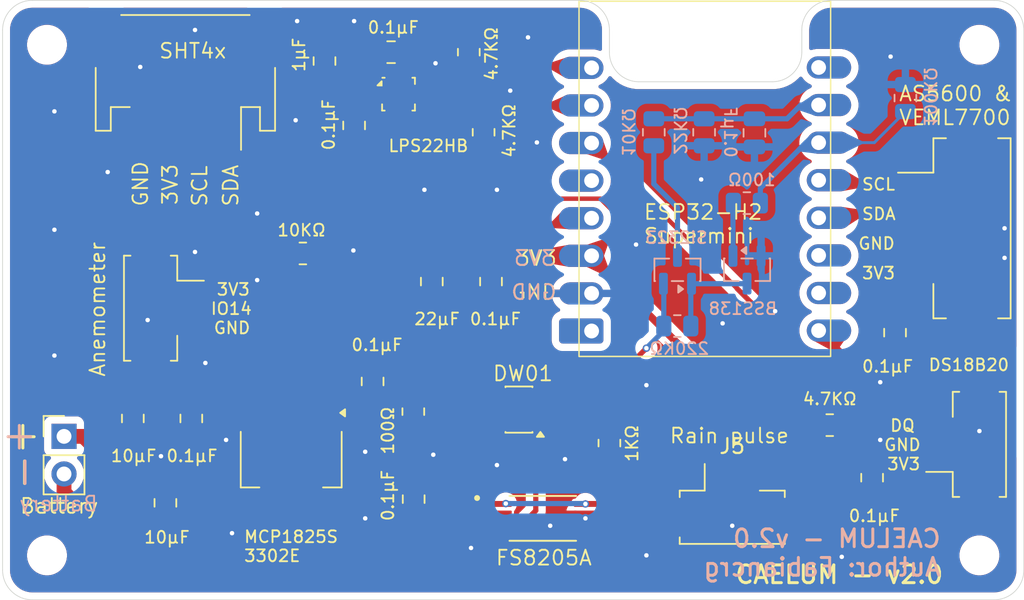
<source format=kicad_pcb>
(kicad_pcb (version 20241229) (generator "pcbnew") (generator_version "9.0")
  (layers (0 "F.Cu" signal) (2 "B.Cu" signal) (13 "F.Paste" user) (15 "B.Paste" user) (5 "F.SilkS" user "F.Silkscreen") (7 "B.SilkS" user "B.Silkscreen") (1 "F.Mask" user) (3 "B.Mask" user) (25 "Edge.Cuts" user))
  (net 0 "")
  (net 1 "Net-(U1-VCC)")
  (net 2 "BATT-")
  (net 3 "OUT-")
  (net 4 "BATT+")
  (net 5 "+3V3")
  (net 6 "Net-(U1-CS)")
  (net 8 "GPIO12")
  (net 9 "SDA")
  (net 10 "SCL")
  (net 12 "SCL_2")
  (net 13 "SDA_2")
  (net 14 "Net-(Q2-D)")
  (net 15 "GPIO24")
  (net 16 "Net-(Q1-D12-Pad1)")
  (net 17 "Net-(Q1-G1)")
  (net 18 "Net-(Q1-G2)")
  (net 19 "unconnected-(U3-IO13-Pad5)")
  (net 22 "GPIO4")
  (net 24 "GPIO14")
  (net 25 "GPIO3")
  (net 26 "Net-(Q3-D)")
  (net 27 "Net-(Q2-G)")
  (net 28 "Net-(U5-GND-Pad3)")
  (footprint "Capacitor_SMD:C_0805_2012Metric" (layer "F.Cu") (at 72.25 29)
    (property "Reference" "C10" (hide yes))
    (property "Value" "0.1µF")
  )
  (footprint "Capacitor_SMD:C_0805_2012Metric" (layer "F.Cu") (at 75 44.5 -90)
    (property "Reference" "C7" (hide yes))
    (property "Value" "0.1µF" (hide yes))
  )
  (footprint "MountingHole:MountingHole_2.2mm_M2" (layer "F.Cu") (at 49 63)
    (property "Reference" "H2" (hide yes))
    (property "Value" "MountingHole" (hide yes))
  )
  (footprint "MountingHole:MountingHole_2.2mm_M2" (layer "F.Cu") (at 112 28.5)
    (property "Reference" "H3" (hide yes))
    (property "Value" "MountingHole" (hide yes))
  )
  (footprint "Package_LGA:ST_HLGA-10_2x2mm_P0.5mm_LayoutBorder3x2y" (layer "F.Cu") (at 72.75 31.8375)
    (property "Reference" "U5" (hide yes))
    (property "Value" "LPS22HB")
  )
  (footprint "Capacitor_SMD:C_0805_2012Metric" (layer "F.Cu") (at 54.8 53.75 90)
    (property "Reference" "C4" (hide yes))
    (property "Value" "10µF")
  )
  (footprint "Resistor_SMD:R_0805_2012Metric" (layer "F.Cu") (at 77.5 29 90)
    (property "Reference" "R6" (hide yes))
    (property "Value" "4.7K")
  )
  (footprint "Resistor_SMD:R_0805_2012Metric" (layer "F.Cu") (at 87 55.4125 -90)
    (property "Reference" "R2" (hide yes))
    (property "Value" "1K")
  )
  (footprint "Capacitor_SMD:C_0805_2012Metric" (layer "F.Cu") (at 58.75 53.75 90)
    (property "Reference" "C5" (hide yes))
    (property "Value" "0.1µF" (hide yes))
  )
  (footprint "Connector_Hirose:Hirose_DF13C_CL535-0403-5-51_1x03-1MP_P1.25mm_Vertical" (layer "F.Cu") (at 95.3 59.175)
    (property "Reference" "J5")
    (property "Value" "DRV5032DULPG(M)")
  )
  (footprint "Capacitor_SMD:C_0805_2012Metric" (layer "F.Cu") (at 79 44.5 -90)
    (property "Reference" "C6" (hide yes))
    (property "Value" "22µF")
  )
  (footprint "Capacitor_SMD:C_0805_2012Metric" (layer "F.Cu") (at 106.3 47.95 -90)
    (property "Reference" "C13" (hide yes))
    (property "Value" "0.1µF")
  )
  (footprint "MountingHole:MountingHole_2.2mm_M2" (layer "F.Cu") (at 49 28.5)
    (property "Reference" "H1" (hide yes))
    (property "Value" "MountingHole" (hide yes))
  )
  (footprint "Resistor_SMD:R_0805_2012Metric" (layer "F.Cu") (at 101.8875 54.2)
    (property "Reference" "R3" (hide yes))
    (property "Value" "4.7K")
  )
  (footprint "Capacitor_SMD:C_0805_2012Metric" (layer "F.Cu") (at 57 59.45 90)
    (property "Reference" "C2" (hide yes))
    (property "Value" "10µF")
  )
  (footprint "Capacitor_SMD:C_0805_2012Metric" (layer "F.Cu") (at 73.775 59.2 -90)
    (property "Reference" "C1" (hide yes))
    (property "Value" "0.1µF" (hide yes))
  )
  (footprint "FS8205A:SOP65P640X120-8N-FC" (layer "F.Cu") (at 82.5 60.5)
    (property "Reference" "Q1" (hide yes))
    (property "Value" "FS8205A-FC" (hide yes))
  )
  (footprint "Package_TO_SOT_SMD:SOT-223-3_TabPin2" (layer "F.Cu") (at 65.5 56.5 -90)
    (property "Reference" "U2" (hide yes))
    (property "Value" "MCP1825S" (hide yes))
  )
  (footprint "Resistor_SMD:R_0805_2012Metric" (layer "F.Cu") (at 66.2875 42.6)
    (property "Reference" "R8" (hide yes))
    (property "Value" "10K")
  )
  (footprint "Connector_Hirose:Hirose_DF13C_CL535-0403-5-51_1x03-1MP_P1.25mm_Vertical" (layer "F.Cu") (at 110.75 55.5 90)
    (property "Reference" "J8" (hide yes))
    (property "Value" "DS18B20" (hide yes))
  )
  (footprint "Connector_PinHeader_2.54mm:PinHeader_1x02_P2.54mm_Vertical" (layer "F.Cu") (at 50.15 54.96)
    (property "Reference" "J4" (hide yes))
    (property "Value" "Batt")
  )
  (footprint "MountingHole:MountingHole_2.2mm_M2" (layer "F.Cu") (at 112 63)
    (property "Reference" "H4" (hide yes))
    (property "Value" "MountingHole" (hide yes))
  )
  (footprint "Capacitor_SMD:C_0805_2012Metric" (layer "F.Cu") (at 69.75 33.95 -90)
    (property "Reference" "C12" (hide yes))
    (property "Value" "0.1µF")
  )
  (footprint "esp32-h2-supermini:ESP32H2-Supermini" (layer "F.Cu") (at 92.947363 50.559822)
    (property "Reference" "U3" (hide yes))
    (property "Value" "ESP32-H2-SUPERMINI" (hide yes))
  )
  (footprint "Capacitor_SMD:C_0805_2012Metric" (layer "F.Cu") (at 104.75 57.75 90)
    (property "Reference" "C8" (hide yes))
    (property "Value" "0.1µF")
  )
  (footprint "Resistor_SMD:R_0805_2012Metric" (layer "F.Cu") (at 73.75 53.2875 -90)
    (property "Reference" "R1" (hide yes))
    (property "Value" "100R")
  )
  (footprint "Resistor_SMD:R_0805_2012Metric" (layer "F.Cu") (at 78.5 34.4125 -90)
    (property "Reference" "R7" (hide yes))
    (property "Value" "4.7K")
  )
  (footprint "Capacitor_SMD:C_0805_2012Metric" (layer "F.Cu") (at 67.75 29.6 -90)
    (property "Reference" "C11" (hide yes))
    (property "Value" "1µF")
  )
  (footprint "Connector_JST:JST_PH_S4B-PH-SM4-TB_1x04-1MP_P2.00mm_Horizontal" (layer "F.Cu") (at 58.35 31 180)
    (property "Reference" "J7" (hide yes))
    (property "Value" "I2C BUS1" (hide yes))
  )
  (footprint "Connector_Hirose:Hirose_DF13C_CL535-0403-5-51_1x03-1MP_P1.25mm_Vertical" (layer "F.Cu") (at 57.25 46.3 -90)
    (property "Reference" "J1" (hide yes))
    (property "Value" "SS445P" (hide yes))
  )
  (footprint "Capacitor_SMD:C_0805_2012Metric" (layer "F.Cu") (at 71 51.25 90)
    (property "Reference" "C3" (hide yes))
    (property "Value" "0.1µF" (hide yes))
  )
  (footprint "Package_TO_SOT_SMD:SOT-23-6" (layer "F.Cu") (at 80.8875 53.15 180)
    (property "Reference" "U1" (hide yes))
    (property "Value" "DW01A" (hide yes))
  )
  (footprint "Connector_JST:JST_PH_B4B-PH-SM4-TB_1x04-1MP_P2.00mm_Vertical" (layer "F.Cu") (at 109.75 40.9 -90)
    (property "Reference" "J2" (hide yes))
    (property "Value" "i2C Bus2")
  )
  (footprint "Package_TO_SOT_SMD:SOT-23" (layer "B.Cu") (at 96.3 43.7 -90)
    (property "Reference" "Q2" (hide yes))
    (property "Value" "BSS138")
  )
  (footprint "Resistor_SMD:R_0805_2012Metric" (layer "B.Cu") (at 96.2875 39.2 180)
    (property "Reference" "R11" (hide yes))
    (property "Value" "100")
  )
  (footprint "Resistor_SMD:R_0805_2012Metric" (layer "B.Cu") (at 90 34.4125 -90)
    (property "Reference" "R4" (hide yes))
    (property "Value" "10K")
  )
  (footprint "Resistor_SMD:R_0805_2012Metric" (layer "B.Cu") (at 107 32.1 90)
    (property "Reference" "R10" (hide yes))
    (property "Value" "220K-470K")
  )
  (footprint "Resistor_SMD:R_0805_2012Metric" (layer "B.Cu") (at 93.4 34.4125 90)
    (property "Reference" "R5" (hide yes))
    (property "Value" "22K")
  )
  (footprint "Capacitor_SMD:C_0805_2012Metric" (layer "B.Cu") (at 96.8 34.45 -90)
    (property "Reference" "C9" (hide yes))
    (property "Value" "0.1µF")
  )
  (footprint "Resistor_SMD:R_0805_2012Metric" (layer "B.Cu") (at 91.5875 47.50625)
    (property "Reference" "R9" (hide yes))
    (property "Value" "100K")
  )
  (footprint "Package_TO_SOT_SMD:SOT-23" (layer "B.Cu") (at 91.6 43.70625 90)
    (property "Reference" "Q3" (hide yes))
    (property "Value" "Si2323DS")
  )
  (gr_line (start 79.85 54.2) (end 79.75 54.1) (stroke (width 0.2)) (layer "F.Cu") (net 2))
  (gr_line (start 79.75 54.1) (end 79.35 54.3) (stroke (width 0.2)) (layer "F.Cu") (net 2))
  (gr_line (start 100 27.5) (end 100 29) (stroke (width 0.05)) (layer "Edge.Cuts"))
  (gr_arc (start 115 64) (mid 114.414214 65.414214) (end 113 66) (stroke (width 0.05)) (layer "Edge.Cuts"))
  (gr_arc (start 113 25.5) (mid 114.414214 26.085786) (end 115 27.5) (stroke (width 0.05)) (layer "Edge.Cuts"))
  (gr_line (start 87 27.5) (end 87 29) (stroke (width 0.05)) (layer "Edge.Cuts"))
  (gr_line (start 115 64) (end 115 27.5) (stroke (width 0.05)) (layer "Edge.Cuts"))
  (gr_arc (start 46 27.5) (mid 46.585786 26.085786) (end 48 25.5) (stroke (width 0.05)) (layer "Edge.Cuts"))
  (gr_line (start 48 25.5) (end 85 25.5) (stroke (width 0.05)) (layer "Edge.Cuts"))
  (gr_arc (start 100 29) (mid 99.414214 30.414214) (end 98 31) (stroke (width 0.05)) (layer "Edge.Cuts"))
  (gr_line (start 89 31) (end 98 31) (stroke (width 0.05)) (layer "Edge.Cuts"))
  (gr_arc (start 85 25.5) (mid 86.414214 26.085786) (end 87 27.5) (stroke (width 0.05)) (layer "Edge.Cuts"))
  (gr_line (start 113 25.5) (end 102 25.5) (stroke (width 0.05)) (layer "Edge.Cuts"))
  (gr_line (start 46 27.5) (end 46 64) (stroke (width 0.05)) (layer "Edge.Cuts"))
  (gr_arc (start 89 31) (mid 87.585786 30.414214) (end 87 29) (stroke (width 0.05)) (layer "Edge.Cuts"))
  (gr_arc (start 48 66) (mid 46.585786 65.414214) (end 46 64) (stroke (width 0.05)) (layer "Edge.Cuts"))
  (gr_line (start 48 66) (end 113 66) (stroke (width 0.05)) (layer "Edge.Cuts"))
  (gr_arc (start 100 27.5) (mid 100.585786 26.085786) (end 102 25.5) (stroke (width 0.05)) (layer "Edge.Cuts"))
  (gr_text "3V3" (at 104 44.4 0) (layer "F.SilkS") (effects (font (size 0.8 0.8) (thickness 0.125)) (justify left bottom)))
  (gr_text "Battery" (at 47.1 60.25 0) (layer "F.SilkS") (effects (font (size 1 1) (thickness 0.125)) (justify left bottom)))
  (gr_text "1µF" (at 66.5 30.4 90) (layer "F.SilkS") (effects (font (size 0.8 0.8) (thickness 0.125)) (justify left bottom)))
  (gr_text "DQ" (at 105.9 54.7 0) (layer "F.SilkS") (effects (font (size 0.8 0.8) (thickness 0.125)) (justify left bottom)))
  (gr_text "CAELUM - v2.0" (at 95.4 65 0) (layer "F.SilkS") (effects (font (size 1.2 1.2) (thickness 0.2) (bold yes)) (justify left bottom)))
  (gr_text "1KΩ" (at 89 56.75 90) (layer "F.SilkS") (effects (font (size 0.8 0.8) (thickness 0.125)) (justify left bottom)))
  (gr_text "IO14" (at 60 46.8 0) (layer "F.SilkS") (effects (font (size 0.8 0.8) (thickness 0.125)) (justify left bottom)))
  (gr_text "LPS22HB" (at 72 35.8 0) (layer "F.SilkS") (effects (font (size 0.8 0.8) (thickness 0.125)) (justify left bottom)))
  (gr_text "AS5600 &\nVEML7700" (at 106.5 34 0) (layer "F.SilkS") (effects (font (size 1 1) (thickness 0.125)) (justify left bottom)))
  (gr_text "GND" (at 105.5 56 0) (layer "F.SilkS") (effects (font (size 0.8 0.8) (thickness 0.125)) (justify left bottom)))
  (gr_text "SCL" (at 59.9 39.5 90) (layer "F.SilkS") (effects (font (size 1 1) (thickness 0.125)) (justify left bottom)))
  (gr_text "0.1µF" (at 72.5 60.75 90) (layer "F.SilkS") (effects (font (size 0.8 0.8) (thickness 0.125)) (justify left bottom)))
  (gr_text "SDA" (at 104 40.4 0) (layer "F.SilkS") (effects (font (size 0.8 0.8) (thickness 0.125)) (justify left bottom)))
  (gr_text "MCP1825S\n3302E" (at 62.25 63.5 0) (layer "F.SilkS") (effects (font (size 0.8 0.8) (thickness 0.125)) (justify left bottom)))
  (gr_text "10µF" (at 53.25 56.75 0) (layer "F.SilkS") (effects (font (size 0.8 0.8) (thickness 0.125)) (justify left bottom)))
  (gr_text "0.1µF" (at 77.5 47.5 0) (layer "F.SilkS") (effects (font (size 0.8 0.8) (thickness 0.125)) (justify left bottom)))
  (gr_text "10KΩ" (at 64.5 41.5 0) (layer "F.SilkS") (effects (font (size 0.8 0.8) (thickness 0.125)) (justify left bottom)))
  (gr_text "0.1µF" (at 103.1 60.8 0) (layer "F.SilkS") (effects (font (size 0.8 0.8) (thickness 0.125)) (justify left bottom)))
  (gr_text "3V3" (at 57.9 39.4 90) (layer "F.SilkS") (effects (font (size 1 1) (thickness 0.125)) (justify left bottom)))
  (gr_text "0.1µF" (at 69.5 49.25 0) (layer "F.SilkS") (effects (font (size 0.8 0.8) (thickness 0.125)) (justify left bottom)))
  (gr_text "GND" (at 103.75 42.4 0) (layer "F.SilkS") (effects (font (size 0.8 0.8) (thickness 0.125)) (justify left bottom)))
  (gr_text "GND" (at 60.2 48.1 0) (layer "F.SilkS") (effects (font (size 0.8 0.8) (thickness 0.125)) (justify left bottom)))
  (gr_text "GND" (at 80.3 45.8 0) (layer "F.SilkS") (effects (font (size 1 1) (thickness 0.125)) (justify left bottom)))
  (gr_text "3V3" (at 105.7 57.3 0) (layer "F.SilkS") (effects (font (size 0.8 0.8) (thickness 0.125)) (justify left bottom)))
  (gr_text "SCL" (at 104 38.4 0) (layer "F.SilkS") (effects (font (size 0.8 0.8) (thickness 0.125)) (justify left bottom)))
  (gr_text "4.7KΩ" (at 79.5 31 90) (layer "F.SilkS") (effects (font (size 0.8 0.8) (thickness 0.125)) (justify left bottom)))
  (gr_text "100Ω" (at 72.5 56.25 90) (layer "F.SilkS") (effects (font (size 0.8 0.8) (thickness 0.125)) (justify left bottom)))
  (gr_text "DS18B20" (at 108.5 50.6 0) (layer "F.SilkS") (effects (font (size 0.8 0.8) (thickness 0.125)) (justify left bottom)))
  (gr_text "GND" (at 55.9 39.5 90) (layer "F.SilkS") (effects (font (size 1 1) (thickness 0.125)) (justify left bottom)))
  (gr_text "4.7KΩ" (at 80.7 36.2 90) (layer "F.SilkS") (effects (font (size 0.8 0.8) (thickness 0.125)) (justify left bottom)))
  (gr_text "FS8205A" (at 79.25 63.75 0) (layer "F.SilkS") (effects (font (size 1 1) (thickness 0.125)) (justify left bottom)))
  (gr_text "0.1µF" (at 68.5 35.7 90) (layer "F.SilkS") (effects (font (size 0.8 0.8) (thickness 0.125)) (justify left bottom)))
  (gr_text "0.1µF" (at 70.6 27.8 0) (layer "F.SilkS") (effects (font (size 0.8 0.8) (thickness 0.125)) (justify left bottom)))
  (gr_text "10µF" (at 55.5 62.25 0) (layer "F.SilkS") (effects (font (size 0.8 0.8) (thickness 0.125)) (justify left bottom)))
  (gr_text "3V3" (at 80.6 43.5 0) (layer "F.SilkS") (effects (font (size 1 1) (thickness 0.125)) (justify left bottom)))
  (gr_text "+" (at 46 56 0) (layer "F.SilkS") (effects (font (size 2 2) (thickness 0.2)) (justify left bottom)))
  (gr_text "SHT4x" (at 56.5 29.5 0) (layer "F.SilkS") (effects (font (size 1 1) (thickness 0.125)) (justify left bottom)))
  (gr_text "SDA" (at 62 39.5 90) (layer "F.SilkS") (effects (font (size 1 1) (thickness 0.125)) (justify left bottom)))
  (gr_text "Rain pulse" (at 91 55.5 0) (layer "F.SilkS") (effects (font (size 1 1) (thickness 0.125)) (justify left bottom)))
  (gr_text "DW01" (at 79.05 51.3 0) (layer "F.SilkS") (effects (font (size 1 1) (thickness 0.125)) (justify left bottom)))
  (gr_text "0.1µF" (at 104 50.7 0) (layer "F.SilkS") (effects (font (size 0.8 0.8) (thickness 0.125)) (justify left bottom)))
  (gr_text "Anemometer" (at 53 51 90) (layer "F.SilkS") (effects (font (size 1 1) (thickness 0.125)) (justify left bottom)))
  (gr_text "ESP32-H2 \nSupermini" (at 89.25 42 0) (layer "F.SilkS") (effects (font (size 1 1) (thickness 0.125)) (justify left bottom)))
  (gr_text "22µF" (at 73.75 47.5 0) (layer "F.SilkS") (effects (font (size 0.8 0.8) (thickness 0.125)) (justify left bottom)))
  (gr_text "4.7KΩ" (at 100 52.9 0) (layer "F.SilkS") (effects (font (size 0.8 0.8) (thickness 0.125)) (justify left bottom)))
  (gr_text "3V3" (at 60.4 45.5 0) (layer "F.SilkS") (effects (font (size 0.8 0.8) (thickness 0.125)) (justify left bottom)))
  (gr_text "-" (at 48.5 58.75 90) (layer "F.SilkS") (effects (font (size 2 2) (thickness 0.2)) (justify left bottom)))
  (gr_text "0.1µF" (at 57 56.75 0) (layer "F.SilkS") (effects (font (size 0.8 0.8) (thickness 0.125)) (justify left bottom)))
  (gr_text "Si2323" (at 93.7 42 0) (layer "B.SilkS") (effects (font (size 0.8 0.8) (thickness 0.125)) (justify left bottom mirror)))
  (gr_text "+" (at 48.5 56 -0) (layer "B.SilkS") (effects (font (size 2 2) (thickness 0.2)) (justify left bottom mirror)))
  (gr_text "GND" (at 83.5 45.8 -0) (layer "B.SilkS") (effects (font (size 1 1) (thickness 0.125)) (justify left bottom mirror)))
  (gr_text "-" (at 46.5 58.75 -90) (layer "B.SilkS") (effects (font (size 2 2) (thickness 0.2)) (justify left bottom mirror)))
  (gr_text "3V3" (at 83.4 43.5 -0) (layer "B.SilkS") (effects (font (size 1 1) (thickness 0.125)) (justify left bottom mirror)))
  (gr_text "100KΩ" (at 108.2 34.1 270) (layer "B.SilkS") (effects (font (size 0.8 0.8) (thickness 0.125)) (justify left bottom mirror)))
  (gr_text "220KΩ" (at 93.8 49.5 0) (layer "B.SilkS") (effects (font (size 0.8 0.8) (thickness 0.125)) (justify left bottom mirror)))
  (gr_text "100Ω" (at 98.3 38.1 0) (layer "B.SilkS") (effects (font (size 0.8 0.8) (thickness 0.125)) (justify left bottom mirror)))
  (gr_text "10KΩ" (at 87.8 36.1 270) (layer "B.SilkS") (effects (font (size 0.8 0.8) (thickness 0.125)) (justify left bottom mirror)))
  (gr_text "CAELUM - v2.0\nAuthor: Fabiancrg" (at 109.5 64.5 0) (layer "B.SilkS") (effects (font (size 1.2 1.2) (thickness 0.2) (bold yes)) (justify left bottom mirror)))
  (gr_text "22KΩ" (at 91.3 36 270) (layer "B.SilkS") (effects (font (size 0.8 0.8) (thickness 0.125)) (justify left bottom mirror)))
  (gr_text "0.1µF" (at 94.7 36.2 270) (layer "B.SilkS") (effects (font (size 0.8 0.8) (thickness 0.125)) (justify left bottom mirror)))
  (gr_text "Battery" (at 52.5 60.1 0) (layer "B.SilkS") (effects (font (size 1 1) (thickness 0.125)) (justify left bottom mirror)))
  (gr_text "BSS138" (at 98.4 46.8 0) (layer "B.SilkS") (effects (font (size 0.8 0.8) (thickness 0.125)) (justify left bottom mirror)))
  (segment (start 73.75 54.2) (end 75.55 54.2) (width 0.4) (layer "F.Cu") (net 1))
  (segment (start 76.6 53.15) (end 79.75 53.15) (width 0.4) (layer "F.Cu") (net 1))
  (segment (start 73.775 54.225) (end 73.75 54.2) (width 0.4) (layer "F.Cu") (net 1))
  (segment (start 73.775 57.725) (end 73.775 54.225) (width 0.4) (layer "F.Cu") (net 1))
  (segment (start 75.55 54.2) (end 76.6 53.15) (width 0.4) (layer "F.Cu") (net 1))
  (segment (start 77.5 60.325) (end 78 60.825) (width 0.35) (layer "F.Cu") (net 2))
  (segment (start 76.5 55.5) (end 76.5 59) (width 0.5) (layer "F.Cu") (net 2))
  (segment (start 77.325 60.825) (end 76.65 60.15) (width 0.35) (layer "F.Cu") (net 2))
  (segment (start 79.62 60.825) (end 79.62 60.175) (width 0.35) (layer "F.Cu") (net 2))
  (segment (start 79.62 60.175) (end 78 60.175) (width 0.35) (layer "F.Cu") (net 2))
  (segment (start 77.35 60.825) (end 78 60.175) (width 0.35) (layer "F.Cu") (net 2))
  (segment (start 71 64) (end 73.775 61.225) (width 1) (layer "F.Cu") (net 2))
  (segment (start 77.075 59.75) (end 77.5 60.175) (width 0.35) (layer "F.Cu") (net 2))
  (segment (start 76.65 60.15) (end 77 60.5) (width 1) (layer "F.Cu") (net 2))
  (segment (start 73.775 61.225) (end 73.775 60.15) (width 1) (layer "F.Cu") (net 2))
  (segment (start 76.5 59) (end 75.75 59.75) (width 0.5) (layer "F.Cu") (net 2))
  (segment (start 78 60.175) (end 77.5 60.175) (width 0.35) (layer "F.Cu") (net 2))
  (segment (start 78 60.175) (end 78 60.825) (width 0.35) (layer "F.Cu") (net 2))
  (segment (start 77.5 60.825) (end 77.325 60.825) (width 0.35) (layer "F.Cu") (net 2))
  (segment (start 78 60.825) (end 77.5 60.825) (width 0.35) (layer "F.Cu") (net 2))
  (segment (start 75.375 60.175) (end 75.35 60.15) (width 0.4) (layer "F.Cu") (net 2))
  (segment (start 77.9 54.1) (end 76.5 55.5) (width 0.5) (layer "F.Cu") (net 2))
  (segment (start 55.4 64) (end 71 64) (width 1) (layer "F.Cu") (net 2))
  (segment (start 50.15 58.75) (end 55.4 64) (width 1) (layer "F.Cu") (net 2))
  (segment (start 76.65 60.15) (end 76 60.15) (width 1) (layer "F.Cu") (net 2))
  (segment (start 76.675 60.825) (end 76 60.15) (width 0.35) (layer "F.Cu") (net 2))
  (segment (start 77.325 60.825) (end 77.35 60.825) (width 0.35) (layer "F.Cu") (net 2))
  (segment (start 77.5 60.175) (end 77.5 60.325) (width 0.35) (layer "F.Cu") (net 2))
  (segment (start 76.675 60.175) (end 76.65 60.15) (width 0.35) (layer "F.Cu") (net 2))
  (segment (start 79.62 60.825) (end 78 60.825) (width 0.35) (layer "F.Cu") (net 2))
  (segment (start 75.75 59.75) (end 77.075 59.75) (width 0.35) (layer "F.Cu") (net 2))
  (segment (start 50.15 57.5) (end 50.15 58.75) (width 1) (layer "F.Cu") (net 2))
  (segment (start 75.75 59.75) (end 75.35 60.15) (width 0.5) (layer "F.Cu") (net 2))
  (segment (start 77.5 60.825) (end 76.675 60.825) (width 0.35) (layer "F.Cu") (net 2))
  (segment (start 76 60.15) (end 73.775 60.15) (width 1) (layer "F.Cu") (net 2))
  (segment (start 79.75 54.1) (end 77.9 54.1) (width 0.5) (layer "F.Cu") (net 2))
  (segment (start 75.35 60.15) (end 73.775 60.15) (width 0.5) (layer "F.Cu") (net 2))
  (segment (start 77.5 60.175) (end 76.675 60.175) (width 0.35) (layer "F.Cu") (net 2))
  (segment (start 85.38 60.5) (end 85.38 60.251) (width 0.35) (layer "F.Cu") (net 3))
  (segment (start 85.38 60.825) (end 85.38 60.5) (width 0.35) (layer "F.Cu") (net 3))
  (via (at 59 42.5) (size 0.6) (drill 0.3) (layers "F.Cu" "B.Cu") (net 3))
  (via (at 56.7 56.3) (size 0.6) (drill 0.3) (layers "F.Cu" "B.Cu") (net 3))
  (via (at 79.4 56.9) (size 0.6) (drill 0.3) (layers "F.Cu" "B.Cu") (net 3))
  (via (at 63.2 44.4) (size 0.6) (drill 0.3) (layers "F.Cu" "B.Cu") (net 3))
  (via (at 85.38 60.5) (size 0.6) (drill 0.3) (layers "F.Cu" "B.Cu") (net 3))
  (via (at 105.3 55.2) (size 0.6) (drill 0.3) (layers "F.Cu" "B.Cu") (net 3))
  (via (at 88.8 42) (size 0.6) (drill 0.3) (layers "F.Cu" "B.Cu") (net 3))
  (via (at 75.1 56.2) (size 0.6) (drill 0.3) (layers "F.Cu" "B.Cu") (net 3))
  (via (at 79.4 38.3) (size 0.6) (drill 0.3) (layers "F.Cu" "B.Cu") (net 3))
  (via (at 65.8 33.6) (size 0.6) (drill 0.3) (layers "F.Cu" "B.Cu") (net 3))
  (via (at 113.7 42.9) (size 0.6) (drill 0.3) (layers "F.Cu" "B.Cu") (net 3))
  (via (at 55.8 47.1) (size 0.6) (drill 0.3) (layers "F.Cu" "B.Cu") (net 3))
  (via (at 93.2 37.6) (size 0.6) (drill 0.3) (layers "F.Cu" "B.Cu") (net 3))
  (via (at 82.1 35.1) (size 0.6) (drill 0.3) (layers "F.Cu" "B.Cu") (net 3))
  (via (at 102.7 63.1) (size 0.6) (drill 0.3) (layers "F.Cu" "B.Cu") (net 3))
  (via (at 84 56.5) (size 0.6) (drill 0.3) (layers "F.Cu" "B.Cu") (net 3))
  (via (at 59.7 50) (size 0.6) (drill 0.3) (layers "F.Cu" "B.Cu") (net 3))
  (via (at 49.5 33) (size 0.6) (drill 0.3) (layers "F.Cu" "B.Cu") (net 3))
  (via (at 59 27.5) (size 0.6) (drill 0.3) (layers "F.Cu" "B.Cu") (net 3))
  (via (at 49.5 41) (size 0.6) (drill 0.3) (layers "F.Cu" "B.Cu") (net 3))
  (via (at 105.3 51.3) (size 0.6) (drill 0.3) (layers "F.Cu" "B.Cu") (net 3))
  (via (at 89.5 63) (size 0.6) (drill 0.3) (layers "F.Cu" "B.Cu") (net 3))
  (via (at 80.3 31.6) (size 0.6) (drill 0.3) (layers "F.Cu" "B.Cu") (net 3))
  (via (at 74.5 38.3) (size 0.6) (drill 0.3) (layers "F.Cu" "B.Cu") (net 3))
  (via (at 65.9 26.9) (size 0.6) (drill 0.3) (layers "F.Cu" "B.Cu") (net 3))
  (via (at 49.5 49.5) (size 0.5) (drill 0.3) (layers "F.Cu" "B.Cu") (net 3))
  (via (at 53.1 37.1) (size 0.6) (drill 0.3) (layers "F.Cu" "B.Cu") (net 3))
  (via (at 70.5 60.5) (size 0.6) (drill 0.3) (layers "F.Cu" "B.Cu") (net 3))
  (via (at 61.5 61.5) (size 0.5) (drill 0.3) (layers "F.Cu" "B.Cu") (net 3))
  (via (at 55.3 30) (size 0.6) (drill 0.3) (layers "F.Cu" "B.Cu") (net 3))
  (via (at 61.1 55.2) (size 0.6) (drill 0.3) (layers "F.Cu" "B.Cu") (net 3))
  (via (at 75.25 29.75) (size 0.6) (drill 0.3) (layers "F.Cu" "B.Cu") (net 3))
  (via (at 77.65 62.5) (size 0.6) (drill 0.3) (layers "F.Cu" "B.Cu") (net 3))
  (via (at 112 54.6) (size 0.6) (drill 0.3) (layers "F.Cu" "B.Cu") (net 3))
  (via (at 69.75 26.9) (size 0.6) (drill 0.3) (layers "F.Cu" "B.Cu") (net 3))
  (via (at 89.5 51.5) (size 0.6) (drill 0.3) (layers "F.Cu" "B.Cu") (net 3))
  (via (at 98.2 46.5) (size 0.6) (drill 0.3) (layers "F.Cu" "B.Cu") (net 3))
  (via (at 94.65 47.325) (size 0.6) (drill 0.3) (layers "F.Cu" "B.Cu") (net 3))
  (via (at 81.5 28) (size 0.6) (drill 0.3) (layers "F.Cu" "B.Cu") (net 3))
  (via (at 106 29.3) (size 0.6) (drill 0.3) (layers "F.Cu" "B.Cu") (net 3))
  (via (at 95.3 61) (size 0.6) (drill 0.3) (layers "F.Cu" "B.Cu") (net 3))
  (via (at 113.7 40.9) (size 0.6) (drill 0.3) (layers "F.Cu" "B.Cu") (net 3))
  (via (at 69.7 42.4) (size 0.6) (drill 0.3) (layers "F.Cu" "B.Cu") (net 3))
  (via (at 70.5 56) (size 0.6) (drill 0.3) (layers "F.Cu" "B.Cu") (net 3))
  (via (at 63.2 39.9) (size 0.6) (drill 0.3) (layers "F.Cu" "B.Cu") (net 3))
  (via (at 83 61) (size 0.6) (drill 0.3) (layers "F.Cu" "B.Cu") (net 3))
  (segment (start 73.575 52.2) (end 73.75 52.375) (width 1) (layer "F.Cu") (net 4))
  (segment (start 69.85 53.35) (end 71 52.2) (width 1) (layer "F.Cu") (net 4))
  (segment (start 73.75 52.375) (end 76.125 50) (width 0.35) (layer "F.Cu") (net 4))
  (segment (start 88.5 50) (end 89.5 49) (width 0.35) (layer "F.Cu") (net 4))
  (segment (start 56 60.4) (end 53.1 57.5) (width 1) (layer "F.Cu") (net 4))
  (segment (start 63 56.5) (end 66.5 56.5) (width 1) (layer "F.Cu") (net 4))
  (segment (start 53.1 56.6) (end 51.46 54.96) (width 1) (layer "F.Cu") (net 4))
  (segment (start 53.1 57.5) (end 53.1 56.6) (width 1) (layer "F.Cu") (net 4))
  (segment (start 67.8 55.2) (end 67.8 53.35) (width 1) (layer "F.Cu") (net 4))
  (segment (start 57 60.4) (end 56 60.4) (width 1) (layer "F.Cu") (net 4))
  (segment (start 57 60.4) (end 59.1 60.4) (width 1) (layer "F.Cu") (net 4))
  (segment (start 51.46 54.96) (end 50.15 54.96) (width 1) (layer "F.Cu") (net 4))
  (segment (start 67.8 53.35) (end 69.85 53.35) (width 1) (layer "F.Cu") (net 4))
  (segment (start 66.5 56.5) (end 67.8 55.2) (width 1) (layer "F.Cu") (net 4))
  (segment (start 76.125 50) (end 88.5 50) (width 0.35) (layer "F.Cu") (net 4))
  (segment (start 59.1 60.4) (end 63 56.5) (width 1) (layer "F.Cu") (net 4))
  (segment (start 71 52.2) (end 73.575 52.2) (width 1) (layer "F.Cu") (net 4))
  (via (at 89.5 49) (size 0.5) (drill 0.3) (layers "F.Cu" "B.Cu") (net 4))
  (segment (start 90.675 47.50625) (end 90.675 44.66875) (width 0.35) (layer "B.Cu") (net 4))
  (segment (start 90.675 47.825) (end 90.675 47.50625) (width 0.35) (layer "B.Cu") (net 4))
  (segment (start 89.5 49) (end 90.675 47.825) (width 0.35) (layer "B.Cu") (net 4))
  (segment (start 103.2 56.8) (end 104.75 56.8) (width 0.5) (layer "F.Cu") (net 5))
  (segment (start 63.2 53.35) (end 63.2 51.74295) (width 1) (layer "F.Cu") (net 5))
  (segment (start 106.3 47) (end 106.3 46.85) (width 0.6) (layer "F.Cu") (net 5))
  (segment (start 79 43.55) (end 81.45 43.55) (width 1) (layer "F.Cu") (net 5))
  (segment (start 109.7 48.4) (end 108.3 47) (width 0.6) (layer "F.Cu") (net 5))
  (segment (start 104.8 56.75) (end 104.75 56.8) (width 0.5) (layer "F.Cu") (net 5))
  (segment (start 87.3 41.257185) (end 85.797363 42.759822) (width 0.3) (layer "F.Cu") (net 5))
  (segment (start 113.8 55.7) (end 112.75 56.75) (width 0.5) (layer "F.Cu") (net 5))
  (segment (start 94.05 51.125) (end 94.05 57.725) (width 0.5) (layer "F.Cu") (net 5))
  (segment (start 87.3 39.8) (end 87.3 41.257185) (width 0.3) (layer "F.Cu") (net 5))
  (segment (start 65.375 42.6) (end 62.3 42.6) (width 0.35) (layer "F.Cu") (net 5))
  (segment (start 83.2 38.9) (end 86.4 38.9) (width 0.3) (layer "F.Cu") (net 5))
  (segment (start 62.65 52.8) (end 63.2 53.35) (width 1) (layer "F.Cu") (net 5))
  (segment (start 53.5 51.5) (end 53.5 45.5) (width 0.8) (layer "F.Cu") (net 5))
  (segment (start 69.8 32.8) (end 69.75 32.85) (width 0.3) (layer "F.Cu") (net 5))
  (segment (start 67.75 30.55) (end 67.7 30.6) (width 0.6) (layer "F.Cu") (net 5))
  (segment (start 85.797363 42.872363) (end 94.05 51.125) (width 0.5) (layer "F.Cu") (net 5))
  (segment (start 78.5 35.325) (end 79.625 35.325) (width 0.3) (layer "F.Cu") (net 5))
  (segment (start 58.75 52.8) (end 62.65 52.8) (width 1) (layer "F.Cu") (net 5))
  (segment (start 82.240178 42.759822) (end 85.797363 42.759822) (width 1) (layer "F.Cu") (net 5))
  (segment (start 85.787541 42.75) (end 85.797363 42.759822) (width 1) (layer "F.Cu") (net 5))
  (segment (start 113.8 55.7) (end 113.8 49.6) (width 0.6) (layer "F.Cu") (net 5))
  (segment (start 53.5 45.5) (end 53.95 45.05) (width 0.8) (layer "F.Cu") (net 5))
  (segment (start 53 41.3) (end 53 44.1) (width 0.6) (layer "F.Cu") (net 5))
  (segment (start 86.4 38.9) (end 87.3 39.8) (width 0.3) (layer "F.Cu") (net 5))
  (segment (start 79.625 35.325) (end 83.2 38.9) (width 0.3) (layer "F.Cu") (net 5))
  (segment (start 112.75 56.75) (end 109.3 56.75) (width 0.5) (layer "F.Cu") (net 5))
  (segment (start 106.3 46.85) (end 109.25 43.9) (width 0.6) (layer "F.Cu") (net 5))
  (segment (start 59.85 45.05) (end 58.7 45.05) (width 0.35) (layer "F.Cu") (net 5))
  (segment (start 102.3 56.8) (end 100.975 55.475) (width 0.5) (layer "F.Cu") (net 5))
  (segment (start 57.35 33.85) (end 57.35 36.95) (width 0.6) (layer "F.Cu") (net 5))
  (segment (start 71.39295 43.55) (end 75 43.55) (width 1) (layer "F.Cu") (net 5))
  (segment (start 54.8 52.8) (end 58.75 52.8) (width 1) (layer "F.Cu") (net 5))
  (segment (start 67.75 30.85) (end 69.75 32.85) (width 0.6) (layer "F.Cu") (net 5))
  (segment (start 113.8 49.6) (end 112.6 48.4) (width 0.6) (layer "F.Cu") (net 5))
  (segment (start 100.975 55.475) (end 100.975 54.2) (width 0.5) (layer "F.Cu") (net 5))
  (segment (start 67.75 30.55) (end 67.75 30.85) (width 0.6) (layer "F.Cu") (net 5))
  (segment (start 63.2 51.74295) (end 71.39295 43.55) (width 1) (layer "F.Cu") (net 5))
  (segment (start 54.5 45.05) (end 58.7 45.05) (width 0.8) (layer "F.Cu") (net 5))
  (segment (start 53 44.1) (end 53.95 45.05) (width 0.6) (layer "F.Cu") (net 5))
  (segment (start 75 43.55) (end 79 43.55) (width 1) (layer "F.Cu") (net 5))
  (segment (start 109.3 56.75) (end 104.8 56.75) (width 0.5) (layer "F.Cu") (net 5))
  (segment (start 57.35 32.35) (end 57.35 33.85) (width 0.6) (layer "F.Cu") (net 5))
  (segment (start 108.3 47) (end 106.3 47) (width 0.6) (layer "F.Cu") (net 5))
  (segment (start 67.7 30.6) (end 59.1 30.6) (width 0.6) (layer "F.Cu") (net 5))
  (segment (start 54.8 52.8) (end 53.5 51.5) (width 0.8) (layer "F.Cu") (net 5))
  (segment (start 85.797363 42.759822) (end 85.797363 42.872363) (width 0.5) (layer "F.Cu") (net 5))
  (segment (start 62.3 42.6) (end 59.85 45.05) (width 0.35) (layer "F.Cu") (net 5))
  (segment (start 57.35 36.95) (end 53 41.3) (width 0.6) (layer "F.Cu") (net 5))
  (segment (start 69.75 32.85) (end 69.75 33) (width 0.3) (layer "F.Cu") (net 5))
  (segment (start 59.1 30.6) (end 57.35 32.35) (width 0.6) (layer "F.Cu") (net 5))
  (segment (start 81.45 43.55) (end 82.240178 42.759822) (width 1) (layer "F.Cu") (net 5))
  (segment (start 53.95 45.05) (end 54.5 45.05) (width 0.8) (layer "F.Cu") (net 5))
  (segment (start 112.6 48.4) (end 109.7 48.4) (width 0.6) (layer "F.Cu") (net 5))
  (segment (start 104.75 56.8) (end 102.3 56.8) (width 0.5) (layer "F.Cu") (net 5))
  (segment (start 82.025 53.15) (end 85.65 53.15) (width 0.35) (layer "F.Cu") (net 6))
  (segment (start 85.65 53.15) (end 87 54.5) (width 0.35) (layer "F.Cu") (net 6))
  (segment (start 95.625 44.967459) (end 96.55 45.892459) (width 0.35) (layer "F.Cu") (net 8))
  (segment (start 96.55 45.892459) (end 96.55 57.725) (width 0.35) (layer "F.Cu") (net 8))
  (segment (start 95.625 44.967459) (end 85.797363 35.139822) (width 0.3) (layer "F.Cu") (net 8))
  (segment (start 74.785521 32.85) (end 75.1 32.85) (width 0.3) (layer "F.Cu") (net 9))
  (segment (start 61.4 34.551) (end 61.4 36.2) (width 0.3) (layer "F.Cu") (net 9))
  (segment (start 85.650041 29.9125) (end 85.797363 30.059822) (width 0.3) (layer "F.Cu") (net 9))
  (segment (start 71.7 36.8) (end 74.4 34.1) (width 0.3) (layer "F.Cu") (net 9))
  (segment (start 77.5 32.25) (end 77.5 29.9125) (width 0.3) (layer "F.Cu") (net 9))
  (segment (start 75.1 32.85) (end 76.9 32.85) (width 0.3) (layer "F.Cu") (net 9))
  (segment (start 76.9 32.85) (end 77.5 32.25) (width 0.3) (layer "F.Cu") (net 9))
  (segment (start 61.4 36.2) (end 62 36.8) (width 0.3) (layer "F.Cu") (net 9))
  (segment (start 77.5 29.9125) (end 85.650041 29.9125) (width 0.3) (layer "F.Cu") (net 9))
  (segment (start 61.35 34.551) (end 61.4 34.551) (width 0.3) (layer "F.Cu") (net 9))
  (segment (start 62 36.8) (end 71.7 36.8) (width 0.3) (layer "F.Cu") (net 9))
  (segment (start 74.4 33.235521) (end 74.785521 32.85) (width 0.3) (layer "F.Cu") (net 9))
  (segment (start 74.4 34.1) (end 74.4 33.235521) (width 0.3) (layer "F.Cu") (net 9))
  (segment (start 59.35 35.95) (end 59.9 36.5) (width 0.3) (layer "F.Cu") (net 10))
  (segment (start 78.5 33.5) (end 75.1 33.5) (width 0.3) (layer "F.Cu") (net 10))
  (segment (start 82.150178 32.599822) (end 85.797363 32.599822) (width 0.3) (layer "F.Cu") (net 10))
  (segment (start 78.5 33.5) (end 81.25 33.5) (width 0.3) (layer "F.Cu") (net 10))
  (segment (start 71.907521 37.301) (end 75.1 34.10852) (width 0.3) (layer "F.Cu") (net 10))
  (segment (start 59.9 36.5) (end 60.99148 36.5) (width 0.3) (layer "F.Cu") (net 10))
  (segment (start 81.25 33.5) (end 82.150178 32.599822) (width 0.3) (layer "F.Cu") (net 10))
  (segment (start 75.1 34.10852) (end 75.1 33.5) (width 0.3) (layer "F.Cu") (net 10))
  (segment (start 61.792479 37.301) (end 71.907521 37.301) (width 0.3) (layer "F.Cu") (net 10))
  (segment (start 60.99148 36.5) (end 61.792479 37.301) (width 0.3) (layer "F.Cu") (net 10))
  (segment (start 59.35 33.85) (end 59.35 35.95) (width 0.3) (layer "F.Cu") (net 10))
  (segment (start 101.135605 37.652499) (end 101.383106 37.9) (width 0.5) (layer "F.Cu") (net 12))
  (segment (start 101.383106 37.9) (end 109.25 37.9) (width 0.5) (layer "F.Cu") (net 12))
  (segment (start 101.428104 39.9) (end 109.25 39.9) (width 0.5) (layer "F.Cu") (net 13))
  (segment (start 101.135605 40.192499) (end 101.428104 39.9) (width 0.5) (layer "F.Cu") (net 13))
  (segment (start 92.5 47.50625) (end 92.5 44.69375) (width 0.35) (layer "B.Cu") (net 14))
  (segment (start 92.55 44.64375) (end 96.29375 44.64375) (width 0.35) (layer "B.Cu") (net 14))
  (segment (start 96.29375 44.64375) (end 96.3 44.6375) (width 0.35) (layer "B.Cu") (net 14))
  (segment (start 92.575 44.9625) (end 92.55 44.9375) (width 0.35) (layer "B.Cu") (net 14))
  (segment (start 109.25 54.2) (end 108.1 54.2) (width 0.5) (layer "F.Cu") (net 15))
  (segment (start 109.3 54.25) (end 109.25 54.2) (width 0.5) (layer "F.Cu") (net 15))
  (segment (start 101.135605 47.835605) (end 101.135605 47.812499) (width 0.5) (layer "F.Cu") (net 15))
  (segment (start 103.2 53.8) (end 102.8 54.2) (width 0.5) (layer "F.Cu") (net 15))
  (segment (start 102.8 49.5) (end 101.135605 47.835605) (width 0.5) (layer "F.Cu") (net 15))
  (segment (start 107.7 53.8) (end 103.2 53.8) (width 0.5) (layer "F.Cu") (net 15))
  (segment (start 108.1 54.2) (end 107.7 53.8) (width 0.5) (layer "F.Cu") (net 15))
  (segment (start 102.8 54.2) (end 102.8 49.5) (width 0.5) (layer "F.Cu") (net 15))
  (segment (start 79.975 59.525) (end 80 59.5) (width 0.35) (layer "F.Cu") (net 16))
  (segment (start 79.62 59.525) (end 79.975 59.525) (width 0.35) (layer "F.Cu") (net 16))
  (via (at 80 59.5) (size 0.5) (drill 0.3) (layers "F.Cu" "B.Cu") (net 16))
  (via (at 85.38 59.525) (size 0.5) (drill 0.3) (layers "F.Cu" "B.Cu") (net 16))
  (segment (start 80 59.5) (end 85.355 59.5) (width 0.35) (layer "B.Cu") (net 16))
  (segment (start 85.355 59.5) (end 85.38 59.525) (width 0.35) (layer "B.Cu") (net 16))
  (segment (start 79.62 61.475) (end 80.525 61.475) (width 0.35) (layer "F.Cu") (net 17))
  (segment (start 82.025 59.975) (end 82.025 54.1) (width 0.35) (layer "F.Cu") (net 17))
  (segment (start 80.525 61.475) (end 82.025 59.975) (width 0.35) (layer "F.Cu") (net 17))
  (segment (start 85.905 62) (end 87.5 62) (width 0.35) (layer "F.Cu") (net 18))
  (segment (start 89.5 60) (end 89.5 53.991387) (width 0.35) (layer "F.Cu") (net 18))
  (segment (start 87.5 62) (end 89.5 60) (width 0.35) (layer "F.Cu") (net 18))
  (segment (start 89.5 53.991387) (end 87.708613 52.2) (width 0.35) (layer "F.Cu") (net 18))
  (segment (start 85.38 61.475) (end 85.905 62) (width 0.35) (layer "F.Cu") (net 18))
  (segment (start 87.708613 52.2) (end 82.025 52.2) (width 0.35) (layer "F.Cu") (net 18))
  (segment (start 85.477185 38) (end 85.488592 37.988592) (width 0.2) (layer "B.Cu") (net 19))
  (segment (start 85.797363 37.679822) (end 85.488593 37.988592) (width 0.2) (layer "B.Cu") (net 19))
  (segment (start 85.477185 38) (end 84.5 38) (width 0.2) (layer "B.Cu") (net 19))
  (segment (start 85.488593 37.988592) (end 85.488592 37.988592) (width 0.2) (layer "B.Cu") (net 19))
  (segment (start 93.4 33.5) (end 96.8 33.5) (width 0.35) (layer "B.Cu") (net 22))
  (segment (start 96.8 33.5) (end 99 33.5) (width 0.35) (layer "B.Cu") (net 22))
  (segment (start 101.135605 32.572499) (end 100.708104 33) (width 0.2) (layer "B.Cu") (net 22))
  (segment (start 99 33.5) (end 99.927501 32.572499) (width 0.35) (layer "B.Cu") (net 22))
  (segment (start 99.927501 32.572499) (end 101.135605 32.572499) (width 0.35) (layer "B.Cu") (net 22))
  (segment (start 90 33.5) (end 93.4 33.5) (width 0.35) (layer "B.Cu") (net 22))
  (segment (start 64.6 46.3) (end 67.2 43.7) (width 0.35) (layer "F.Cu") (net 24))
  (segment (start 85.317185 40.7) (end 85.797363 40.219822) (width 0.35) (layer "F.Cu") (net 24))
  (segment (start 67.2 42.6) (end 69.1 40.7) (width 0.35) (layer "F.Cu") (net 24))
  (segment (start 69.1 40.7) (end 80.1 40.7) (width 0.35) (layer "F.Cu") (net 24))
  (segment (start 67.2 43.7) (end 67.2 42.6) (width 0.35) (layer "F.Cu") (net 24))
  (segment (start 58.7 46.3) (end 64.6 46.3) (width 0.35) (layer "F.Cu") (net 24))
  (segment (start 80.1 40.7) (end 85.317185 40.7) (width 0.35) (layer "F.Cu") (net 24))
  (segment (start 104.900001 35.112499) (end 107 33.0125) (width 0.2) (layer "B.Cu") (net 25))
  (segment (start 100.287501 35.112499) (end 101.135605 35.112499) (width 0.35) (layer "B.Cu") (net 25))
  (segment (start 101.135605 35.112499) (end 104.900001 35.112499) (width 0.2) (layer "B.Cu") (net 25))
  (segment (start 97.2 38.2) (end 100.287501 35.112499) (width 0.35) (layer "B.Cu") (net 25))
  (segment (start 97.2 39.2) (end 97.2 38.2) (width 0.35) (layer "B.Cu") (net 25))
  (segment (start 91.6 39.5) (end 90 37.9) (width 0.35) (layer "B.Cu") (net 26))
  (segment (start 91.6 42.76875) (end 91.6 39.5) (width 0.35) (layer "B.Cu") (net 26))
  (segment (start 90 37.9) (end 90 35.325) (width 0.35) (layer "B.Cu") (net 26))
  (segment (start 95.35 39.225) (end 95.375 39.2) (width 0.35) (layer "B.Cu") (net 27))
  (segment (start 95.35 42.7625) (end 95.35 39.225) (width 0.35) (layer "B.Cu") (net 27))
  (zone (net 3) (net_name "OUT-") (layer "F.Cu") (priority 1) (connect_pads (clearance 0.5)) (min_thickness 0.25) (fill yes (thermal_gap 0.5) (thermal_bridge_width 0.5))
    (polygon (pts (xy 46 25.5) (xy 46 66) (xy 115 66) (xy 115 25.5)))
  )
  (zone (net 3) (net_name "OUT-") (layers "F.Cu" "B.Cu") (connect_pads (clearance 0.5)) (min_thickness 0.25) (fill yes (thermal_gap 0.5) (thermal_bridge_width 0.5))
    (polygon (pts (xy 46 25.5) (xy 46 66) (xy 115 66) (xy 115 25.5)))
  )
)
</source>
